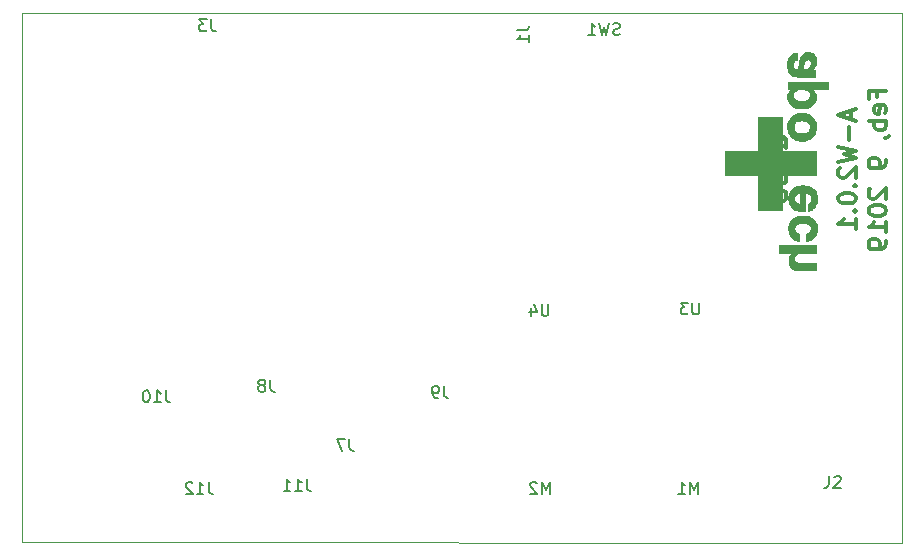
<source format=gbr>
G04 #@! TF.GenerationSoftware,KiCad,Pcbnew,(6.0.0-rc1-dev-1030-g80d50d98b)*
G04 #@! TF.CreationDate,2019-02-21T10:42:05-07:00*
G04 #@! TF.ProjectId,airmed_board_w2.0,6169726D65645F626F6172645F77322E,rev?*
G04 #@! TF.SameCoordinates,Original*
G04 #@! TF.FileFunction,Legend,Bot*
G04 #@! TF.FilePolarity,Positive*
%FSLAX46Y46*%
G04 Gerber Fmt 4.6, Leading zero omitted, Abs format (unit mm)*
G04 Created by KiCad (PCBNEW (6.0.0-rc1-dev-1030-g80d50d98b)) date Thursday, February 21, 2019 at 10:42:05 AM*
%MOMM*%
%LPD*%
G01*
G04 APERTURE LIST*
%ADD10C,0.300000*%
%ADD11C,0.050000*%
%ADD12C,0.010000*%
%ADD13C,0.150000*%
G04 APERTURE END LIST*
D10*
X183658400Y-98733600D02*
X183658400Y-99447885D01*
X184086971Y-98590742D02*
X182586971Y-99090742D01*
X184086971Y-99590742D01*
X183515542Y-100090742D02*
X183515542Y-101233600D01*
X182586971Y-101805028D02*
X184086971Y-102162171D01*
X183015542Y-102447885D01*
X184086971Y-102733600D01*
X182586971Y-103090742D01*
X182729828Y-103590742D02*
X182658400Y-103662171D01*
X182586971Y-103805028D01*
X182586971Y-104162171D01*
X182658400Y-104305028D01*
X182729828Y-104376457D01*
X182872685Y-104447885D01*
X183015542Y-104447885D01*
X183229828Y-104376457D01*
X184086971Y-103519314D01*
X184086971Y-104447885D01*
X183944114Y-105090742D02*
X184015542Y-105162171D01*
X184086971Y-105090742D01*
X184015542Y-105019314D01*
X183944114Y-105090742D01*
X184086971Y-105090742D01*
X182586971Y-106090742D02*
X182586971Y-106233600D01*
X182658400Y-106376457D01*
X182729828Y-106447885D01*
X182872685Y-106519314D01*
X183158400Y-106590742D01*
X183515542Y-106590742D01*
X183801257Y-106519314D01*
X183944114Y-106447885D01*
X184015542Y-106376457D01*
X184086971Y-106233600D01*
X184086971Y-106090742D01*
X184015542Y-105947885D01*
X183944114Y-105876457D01*
X183801257Y-105805028D01*
X183515542Y-105733600D01*
X183158400Y-105733600D01*
X182872685Y-105805028D01*
X182729828Y-105876457D01*
X182658400Y-105947885D01*
X182586971Y-106090742D01*
X183944114Y-107233600D02*
X184015542Y-107305028D01*
X184086971Y-107233600D01*
X184015542Y-107162171D01*
X183944114Y-107233600D01*
X184086971Y-107233600D01*
X184086971Y-108733600D02*
X184086971Y-107876457D01*
X184086971Y-108305028D02*
X182586971Y-108305028D01*
X182801257Y-108162171D01*
X182944114Y-108019314D01*
X183015542Y-107876457D01*
X185851257Y-97555028D02*
X185851257Y-97055028D01*
X186636971Y-97055028D02*
X185136971Y-97055028D01*
X185136971Y-97769314D01*
X186565542Y-98912171D02*
X186636971Y-98769314D01*
X186636971Y-98483600D01*
X186565542Y-98340742D01*
X186422685Y-98269314D01*
X185851257Y-98269314D01*
X185708400Y-98340742D01*
X185636971Y-98483600D01*
X185636971Y-98769314D01*
X185708400Y-98912171D01*
X185851257Y-98983600D01*
X185994114Y-98983600D01*
X186136971Y-98269314D01*
X186636971Y-99626457D02*
X185136971Y-99626457D01*
X185708400Y-99626457D02*
X185636971Y-99769314D01*
X185636971Y-100055028D01*
X185708400Y-100197885D01*
X185779828Y-100269314D01*
X185922685Y-100340742D01*
X186351257Y-100340742D01*
X186494114Y-100269314D01*
X186565542Y-100197885D01*
X186636971Y-100055028D01*
X186636971Y-99769314D01*
X186565542Y-99626457D01*
X186565542Y-101055028D02*
X186636971Y-101055028D01*
X186779828Y-100983600D01*
X186851257Y-100912171D01*
X186636971Y-102912171D02*
X186636971Y-103197885D01*
X186565542Y-103340742D01*
X186494114Y-103412171D01*
X186279828Y-103555028D01*
X185994114Y-103626457D01*
X185422685Y-103626457D01*
X185279828Y-103555028D01*
X185208400Y-103483600D01*
X185136971Y-103340742D01*
X185136971Y-103055028D01*
X185208400Y-102912171D01*
X185279828Y-102840742D01*
X185422685Y-102769314D01*
X185779828Y-102769314D01*
X185922685Y-102840742D01*
X185994114Y-102912171D01*
X186065542Y-103055028D01*
X186065542Y-103340742D01*
X185994114Y-103483600D01*
X185922685Y-103555028D01*
X185779828Y-103626457D01*
X185279828Y-105340742D02*
X185208400Y-105412171D01*
X185136971Y-105555028D01*
X185136971Y-105912171D01*
X185208400Y-106055028D01*
X185279828Y-106126457D01*
X185422685Y-106197885D01*
X185565542Y-106197885D01*
X185779828Y-106126457D01*
X186636971Y-105269314D01*
X186636971Y-106197885D01*
X185136971Y-107126457D02*
X185136971Y-107269314D01*
X185208400Y-107412171D01*
X185279828Y-107483600D01*
X185422685Y-107555028D01*
X185708400Y-107626457D01*
X186065542Y-107626457D01*
X186351257Y-107555028D01*
X186494114Y-107483600D01*
X186565542Y-107412171D01*
X186636971Y-107269314D01*
X186636971Y-107126457D01*
X186565542Y-106983600D01*
X186494114Y-106912171D01*
X186351257Y-106840742D01*
X186065542Y-106769314D01*
X185708400Y-106769314D01*
X185422685Y-106840742D01*
X185279828Y-106912171D01*
X185208400Y-106983600D01*
X185136971Y-107126457D01*
X186636971Y-109055028D02*
X186636971Y-108197885D01*
X186636971Y-108626457D02*
X185136971Y-108626457D01*
X185351257Y-108483600D01*
X185494114Y-108340742D01*
X185565542Y-108197885D01*
X186636971Y-109769314D02*
X186636971Y-110055028D01*
X186565542Y-110197885D01*
X186494114Y-110269314D01*
X186279828Y-110412171D01*
X185994114Y-110483600D01*
X185422685Y-110483600D01*
X185279828Y-110412171D01*
X185208400Y-110340742D01*
X185136971Y-110197885D01*
X185136971Y-109912171D01*
X185208400Y-109769314D01*
X185279828Y-109697885D01*
X185422685Y-109626457D01*
X185779828Y-109626457D01*
X185922685Y-109697885D01*
X185994114Y-109769314D01*
X186065542Y-109912171D01*
X186065542Y-110197885D01*
X185994114Y-110340742D01*
X185922685Y-110412171D01*
X185779828Y-110483600D01*
D11*
X113487200Y-135255000D02*
X113487200Y-90474800D01*
X187934600Y-135382000D02*
X113487200Y-135255000D01*
X187934600Y-90500200D02*
X187934600Y-135382000D01*
X113487200Y-90474800D02*
X187934600Y-90500200D01*
D12*
G04 #@! TO.C,G\002A\002A\002A*
G36*
X175743937Y-104212190D02*
X175743937Y-107139874D01*
X177802674Y-107139874D01*
X177802674Y-104212190D01*
X180676884Y-104212190D01*
X180676884Y-102153453D01*
X177802674Y-102153453D01*
X177802674Y-99319348D01*
X175743937Y-99319348D01*
X175743937Y-102153453D01*
X172949937Y-102153453D01*
X172949937Y-104212190D01*
X175743937Y-104212190D01*
X175743937Y-104212190D01*
G37*
X175743937Y-104212190D02*
X175743937Y-107139874D01*
X177802674Y-107139874D01*
X177802674Y-104212190D01*
X180676884Y-104212190D01*
X180676884Y-102153453D01*
X177802674Y-102153453D01*
X177802674Y-99319348D01*
X175743937Y-99319348D01*
X175743937Y-102153453D01*
X172949937Y-102153453D01*
X172949937Y-104212190D01*
X175743937Y-104212190D01*
G36*
X178257165Y-100234518D02*
X178280175Y-100403496D01*
X178322029Y-100561954D01*
X178342861Y-100618194D01*
X178390106Y-100720274D01*
X178446516Y-100811515D01*
X178517697Y-100900150D01*
X178578210Y-100963949D01*
X178635998Y-101019722D01*
X178685862Y-101061695D01*
X178737045Y-101096567D01*
X178798787Y-101131039D01*
X178832210Y-101148070D01*
X178995243Y-101216199D01*
X179166490Y-101262785D01*
X179342530Y-101288101D01*
X179519941Y-101292422D01*
X179695302Y-101276020D01*
X179865190Y-101239171D01*
X180026185Y-101182146D01*
X180174864Y-101105222D01*
X180279173Y-101032305D01*
X180396202Y-100922395D01*
X180494543Y-100794050D01*
X180573330Y-100648768D01*
X180631698Y-100488046D01*
X180657967Y-100377619D01*
X180669085Y-100294434D01*
X180674904Y-100193993D01*
X180675534Y-100085225D01*
X180671088Y-99977060D01*
X180661674Y-99878425D01*
X180650982Y-99813979D01*
X180602859Y-99645432D01*
X180533432Y-99492823D01*
X180443302Y-99356756D01*
X180333069Y-99237834D01*
X180203332Y-99136663D01*
X180054692Y-99053848D01*
X179887749Y-98989991D01*
X179812041Y-98968901D01*
X179733765Y-98954490D01*
X179636735Y-98944522D01*
X179528570Y-98939070D01*
X179467042Y-98938594D01*
X179467042Y-99572188D01*
X179625325Y-99579315D01*
X179761667Y-99601109D01*
X179876875Y-99638188D01*
X179971756Y-99691170D01*
X180047118Y-99760672D01*
X180103767Y-99847314D01*
X180142511Y-99951712D01*
X180164157Y-100074486D01*
X180166989Y-100108085D01*
X180165848Y-100130929D01*
X180161539Y-100171345D01*
X180155161Y-100219392D01*
X180127142Y-100333880D01*
X180078581Y-100431516D01*
X180009407Y-100512346D01*
X179919549Y-100576418D01*
X179808936Y-100623778D01*
X179677496Y-100654473D01*
X179525158Y-100668549D01*
X179467042Y-100669558D01*
X179308300Y-100661446D01*
X179170578Y-100637028D01*
X179053615Y-100596184D01*
X178957150Y-100538793D01*
X178880920Y-100464733D01*
X178824665Y-100373884D01*
X178823826Y-100372077D01*
X178807849Y-100335796D01*
X178797015Y-100304295D01*
X178790331Y-100270955D01*
X178786806Y-100229158D01*
X178785447Y-100172286D01*
X178785253Y-100114769D01*
X178785628Y-100042009D01*
X178787382Y-99989604D01*
X178791458Y-99951176D01*
X178798797Y-99920344D01*
X178810342Y-99890732D01*
X178821975Y-99866203D01*
X178875422Y-99778661D01*
X178942557Y-99707768D01*
X179025229Y-99652682D01*
X179125287Y-99612559D01*
X179244579Y-99586558D01*
X179384954Y-99573835D01*
X179467042Y-99572188D01*
X179467042Y-98938594D01*
X179416895Y-98938206D01*
X179309329Y-98942004D01*
X179213496Y-98950538D01*
X179142958Y-98962469D01*
X178968195Y-99014685D01*
X178810660Y-99086699D01*
X178671058Y-99177866D01*
X178550095Y-99287543D01*
X178448477Y-99415084D01*
X178366909Y-99559847D01*
X178306097Y-99721186D01*
X178303990Y-99728376D01*
X178268793Y-99890568D01*
X178253278Y-100061412D01*
X178257165Y-100234518D01*
X178257165Y-100234518D01*
G37*
X178257165Y-100234518D02*
X178280175Y-100403496D01*
X178322029Y-100561954D01*
X178342861Y-100618194D01*
X178390106Y-100720274D01*
X178446516Y-100811515D01*
X178517697Y-100900150D01*
X178578210Y-100963949D01*
X178635998Y-101019722D01*
X178685862Y-101061695D01*
X178737045Y-101096567D01*
X178798787Y-101131039D01*
X178832210Y-101148070D01*
X178995243Y-101216199D01*
X179166490Y-101262785D01*
X179342530Y-101288101D01*
X179519941Y-101292422D01*
X179695302Y-101276020D01*
X179865190Y-101239171D01*
X180026185Y-101182146D01*
X180174864Y-101105222D01*
X180279173Y-101032305D01*
X180396202Y-100922395D01*
X180494543Y-100794050D01*
X180573330Y-100648768D01*
X180631698Y-100488046D01*
X180657967Y-100377619D01*
X180669085Y-100294434D01*
X180674904Y-100193993D01*
X180675534Y-100085225D01*
X180671088Y-99977060D01*
X180661674Y-99878425D01*
X180650982Y-99813979D01*
X180602859Y-99645432D01*
X180533432Y-99492823D01*
X180443302Y-99356756D01*
X180333069Y-99237834D01*
X180203332Y-99136663D01*
X180054692Y-99053848D01*
X179887749Y-98989991D01*
X179812041Y-98968901D01*
X179733765Y-98954490D01*
X179636735Y-98944522D01*
X179528570Y-98939070D01*
X179467042Y-98938594D01*
X179467042Y-99572188D01*
X179625325Y-99579315D01*
X179761667Y-99601109D01*
X179876875Y-99638188D01*
X179971756Y-99691170D01*
X180047118Y-99760672D01*
X180103767Y-99847314D01*
X180142511Y-99951712D01*
X180164157Y-100074486D01*
X180166989Y-100108085D01*
X180165848Y-100130929D01*
X180161539Y-100171345D01*
X180155161Y-100219392D01*
X180127142Y-100333880D01*
X180078581Y-100431516D01*
X180009407Y-100512346D01*
X179919549Y-100576418D01*
X179808936Y-100623778D01*
X179677496Y-100654473D01*
X179525158Y-100668549D01*
X179467042Y-100669558D01*
X179308300Y-100661446D01*
X179170578Y-100637028D01*
X179053615Y-100596184D01*
X178957150Y-100538793D01*
X178880920Y-100464733D01*
X178824665Y-100373884D01*
X178823826Y-100372077D01*
X178807849Y-100335796D01*
X178797015Y-100304295D01*
X178790331Y-100270955D01*
X178786806Y-100229158D01*
X178785447Y-100172286D01*
X178785253Y-100114769D01*
X178785628Y-100042009D01*
X178787382Y-99989604D01*
X178791458Y-99951176D01*
X178798797Y-99920344D01*
X178810342Y-99890732D01*
X178821975Y-99866203D01*
X178875422Y-99778661D01*
X178942557Y-99707768D01*
X179025229Y-99652682D01*
X179125287Y-99612559D01*
X179244579Y-99586558D01*
X179384954Y-99573835D01*
X179467042Y-99572188D01*
X179467042Y-98938594D01*
X179416895Y-98938206D01*
X179309329Y-98942004D01*
X179213496Y-98950538D01*
X179142958Y-98962469D01*
X178968195Y-99014685D01*
X178810660Y-99086699D01*
X178671058Y-99177866D01*
X178550095Y-99287543D01*
X178448477Y-99415084D01*
X178366909Y-99559847D01*
X178306097Y-99721186D01*
X178303990Y-99728376D01*
X178268793Y-99890568D01*
X178253278Y-100061412D01*
X178257165Y-100234518D01*
G36*
X178261099Y-95085964D02*
X178283752Y-95233060D01*
X178290220Y-95262611D01*
X178334751Y-95403031D01*
X178398913Y-95526317D01*
X178481738Y-95631428D01*
X178582253Y-95717322D01*
X178699490Y-95782960D01*
X178811990Y-95822162D01*
X178857166Y-95832692D01*
X178908436Y-95841662D01*
X178967956Y-95849161D01*
X179037885Y-95855279D01*
X179120379Y-95860104D01*
X179217596Y-95863725D01*
X179331694Y-95866232D01*
X179464830Y-95867713D01*
X179619161Y-95868259D01*
X179796845Y-95867957D01*
X179908200Y-95867447D01*
X180616726Y-95863611D01*
X180616726Y-95288769D01*
X180519625Y-95268640D01*
X180422523Y-95248510D01*
X180462088Y-95208482D01*
X180510799Y-95148506D01*
X180559007Y-95069964D01*
X180602337Y-94980743D01*
X180632498Y-94901085D01*
X180646521Y-94854906D01*
X180656517Y-94812014D01*
X180663310Y-94765826D01*
X180667723Y-94709757D01*
X180670581Y-94637226D01*
X180671810Y-94586927D01*
X180672779Y-94486072D01*
X180670637Y-94406258D01*
X180665085Y-94341937D01*
X180655821Y-94287561D01*
X180655507Y-94286137D01*
X180614965Y-94155721D01*
X180555563Y-94044026D01*
X180477814Y-93951548D01*
X180382233Y-93878787D01*
X180269334Y-93826239D01*
X180148832Y-93795877D01*
X180079926Y-93789716D01*
X179995899Y-93790059D01*
X179981726Y-93791066D01*
X179981726Y-94408276D01*
X180066091Y-94416226D01*
X180132054Y-94440997D01*
X180180574Y-94483831D01*
X180212612Y-94545969D01*
X180229126Y-94628653D01*
X180231165Y-94731022D01*
X180227397Y-94794913D01*
X180220613Y-94842680D01*
X180208241Y-94884934D01*
X180187711Y-94932284D01*
X180177112Y-94954070D01*
X180114312Y-95054522D01*
X180034607Y-95134694D01*
X179936190Y-95196376D01*
X179928253Y-95200189D01*
X179893689Y-95215122D01*
X179860238Y-95225421D01*
X179821248Y-95232163D01*
X179770070Y-95236429D01*
X179700053Y-95239297D01*
X179684279Y-95239767D01*
X179603662Y-95241004D01*
X179548384Y-95239380D01*
X179518923Y-95234920D01*
X179513832Y-95230742D01*
X179523556Y-95211125D01*
X179526158Y-95209202D01*
X179538761Y-95190206D01*
X179555132Y-95148328D01*
X179574249Y-95086990D01*
X179595091Y-95009615D01*
X179616638Y-94919625D01*
X179628063Y-94867664D01*
X179658644Y-94739113D01*
X179691073Y-94635171D01*
X179726986Y-94553710D01*
X179768021Y-94492604D01*
X179815816Y-94449725D01*
X179872008Y-94422946D01*
X179938236Y-94410140D01*
X179981726Y-94408276D01*
X179981726Y-93791066D01*
X179907413Y-93796348D01*
X179825133Y-93808021D01*
X179794568Y-93814496D01*
X179681421Y-93854974D01*
X179577102Y-93918449D01*
X179485723Y-94001598D01*
X179411393Y-94101101D01*
X179388365Y-94142725D01*
X179362723Y-94197282D01*
X179340342Y-94253958D01*
X179320166Y-94316811D01*
X179301142Y-94389900D01*
X179282215Y-94477284D01*
X179262331Y-94583020D01*
X179240437Y-94711168D01*
X179239935Y-94714207D01*
X179219143Y-94837084D01*
X179200882Y-94936363D01*
X179184157Y-95014952D01*
X179167972Y-95075755D01*
X179151336Y-95121680D01*
X179133252Y-95155632D01*
X179112726Y-95180517D01*
X179088765Y-95199242D01*
X179070404Y-95209732D01*
X179015292Y-95226351D01*
X178951901Y-95227743D01*
X178890345Y-95215056D01*
X178840733Y-95189440D01*
X178832999Y-95182738D01*
X178789679Y-95130923D01*
X178759555Y-95068983D01*
X178741192Y-94992322D01*
X178733157Y-94896347D01*
X178732534Y-94860979D01*
X178734178Y-94778837D01*
X178739713Y-94712216D01*
X178748679Y-94666345D01*
X178749905Y-94662649D01*
X178790293Y-94587797D01*
X178853457Y-94524697D01*
X178937434Y-94474960D01*
X179011789Y-94447715D01*
X179065990Y-94432032D01*
X179069603Y-94146663D01*
X179073216Y-93861295D01*
X178969340Y-93870675D01*
X178824333Y-93895274D01*
X178693849Y-93941142D01*
X178579096Y-94007531D01*
X178481281Y-94093691D01*
X178401615Y-94198874D01*
X178380500Y-94235772D01*
X178332559Y-94346839D01*
X178295207Y-94477299D01*
X178268914Y-94621796D01*
X178254151Y-94774977D01*
X178251389Y-94931484D01*
X178261099Y-95085964D01*
X178261099Y-95085964D01*
G37*
X178261099Y-95085964D02*
X178283752Y-95233060D01*
X178290220Y-95262611D01*
X178334751Y-95403031D01*
X178398913Y-95526317D01*
X178481738Y-95631428D01*
X178582253Y-95717322D01*
X178699490Y-95782960D01*
X178811990Y-95822162D01*
X178857166Y-95832692D01*
X178908436Y-95841662D01*
X178967956Y-95849161D01*
X179037885Y-95855279D01*
X179120379Y-95860104D01*
X179217596Y-95863725D01*
X179331694Y-95866232D01*
X179464830Y-95867713D01*
X179619161Y-95868259D01*
X179796845Y-95867957D01*
X179908200Y-95867447D01*
X180616726Y-95863611D01*
X180616726Y-95288769D01*
X180519625Y-95268640D01*
X180422523Y-95248510D01*
X180462088Y-95208482D01*
X180510799Y-95148506D01*
X180559007Y-95069964D01*
X180602337Y-94980743D01*
X180632498Y-94901085D01*
X180646521Y-94854906D01*
X180656517Y-94812014D01*
X180663310Y-94765826D01*
X180667723Y-94709757D01*
X180670581Y-94637226D01*
X180671810Y-94586927D01*
X180672779Y-94486072D01*
X180670637Y-94406258D01*
X180665085Y-94341937D01*
X180655821Y-94287561D01*
X180655507Y-94286137D01*
X180614965Y-94155721D01*
X180555563Y-94044026D01*
X180477814Y-93951548D01*
X180382233Y-93878787D01*
X180269334Y-93826239D01*
X180148832Y-93795877D01*
X180079926Y-93789716D01*
X179995899Y-93790059D01*
X179981726Y-93791066D01*
X179981726Y-94408276D01*
X180066091Y-94416226D01*
X180132054Y-94440997D01*
X180180574Y-94483831D01*
X180212612Y-94545969D01*
X180229126Y-94628653D01*
X180231165Y-94731022D01*
X180227397Y-94794913D01*
X180220613Y-94842680D01*
X180208241Y-94884934D01*
X180187711Y-94932284D01*
X180177112Y-94954070D01*
X180114312Y-95054522D01*
X180034607Y-95134694D01*
X179936190Y-95196376D01*
X179928253Y-95200189D01*
X179893689Y-95215122D01*
X179860238Y-95225421D01*
X179821248Y-95232163D01*
X179770070Y-95236429D01*
X179700053Y-95239297D01*
X179684279Y-95239767D01*
X179603662Y-95241004D01*
X179548384Y-95239380D01*
X179518923Y-95234920D01*
X179513832Y-95230742D01*
X179523556Y-95211125D01*
X179526158Y-95209202D01*
X179538761Y-95190206D01*
X179555132Y-95148328D01*
X179574249Y-95086990D01*
X179595091Y-95009615D01*
X179616638Y-94919625D01*
X179628063Y-94867664D01*
X179658644Y-94739113D01*
X179691073Y-94635171D01*
X179726986Y-94553710D01*
X179768021Y-94492604D01*
X179815816Y-94449725D01*
X179872008Y-94422946D01*
X179938236Y-94410140D01*
X179981726Y-94408276D01*
X179981726Y-93791066D01*
X179907413Y-93796348D01*
X179825133Y-93808021D01*
X179794568Y-93814496D01*
X179681421Y-93854974D01*
X179577102Y-93918449D01*
X179485723Y-94001598D01*
X179411393Y-94101101D01*
X179388365Y-94142725D01*
X179362723Y-94197282D01*
X179340342Y-94253958D01*
X179320166Y-94316811D01*
X179301142Y-94389900D01*
X179282215Y-94477284D01*
X179262331Y-94583020D01*
X179240437Y-94711168D01*
X179239935Y-94714207D01*
X179219143Y-94837084D01*
X179200882Y-94936363D01*
X179184157Y-95014952D01*
X179167972Y-95075755D01*
X179151336Y-95121680D01*
X179133252Y-95155632D01*
X179112726Y-95180517D01*
X179088765Y-95199242D01*
X179070404Y-95209732D01*
X179015292Y-95226351D01*
X178951901Y-95227743D01*
X178890345Y-95215056D01*
X178840733Y-95189440D01*
X178832999Y-95182738D01*
X178789679Y-95130923D01*
X178759555Y-95068983D01*
X178741192Y-94992322D01*
X178733157Y-94896347D01*
X178732534Y-94860979D01*
X178734178Y-94778837D01*
X178739713Y-94712216D01*
X178748679Y-94666345D01*
X178749905Y-94662649D01*
X178790293Y-94587797D01*
X178853457Y-94524697D01*
X178937434Y-94474960D01*
X179011789Y-94447715D01*
X179065990Y-94432032D01*
X179069603Y-94146663D01*
X179073216Y-93861295D01*
X178969340Y-93870675D01*
X178824333Y-93895274D01*
X178693849Y-93941142D01*
X178579096Y-94007531D01*
X178481281Y-94093691D01*
X178401615Y-94198874D01*
X178380500Y-94235772D01*
X178332559Y-94346839D01*
X178295207Y-94477299D01*
X178268914Y-94621796D01*
X178254151Y-94774977D01*
X178251389Y-94931484D01*
X178261099Y-95085964D01*
G36*
X177565133Y-110451900D02*
X177568726Y-110756032D01*
X178130200Y-110762937D01*
X178249122Y-110764475D01*
X178358770Y-110766039D01*
X178456479Y-110767580D01*
X178539585Y-110769051D01*
X178605423Y-110770400D01*
X178651327Y-110771581D01*
X178674633Y-110772543D01*
X178676845Y-110772963D01*
X178651728Y-110786532D01*
X178615826Y-110816125D01*
X178574442Y-110856414D01*
X178532883Y-110902069D01*
X178496452Y-110947762D01*
X178481940Y-110968767D01*
X178451995Y-111021947D01*
X178421335Y-111087408D01*
X178396253Y-111151628D01*
X178394766Y-111156036D01*
X178379973Y-111203171D01*
X178369869Y-111244594D01*
X178363586Y-111287454D01*
X178360255Y-111338900D01*
X178359007Y-111406081D01*
X178358894Y-111451190D01*
X178359408Y-111529335D01*
X178361475Y-111587823D01*
X178365976Y-111633723D01*
X178373791Y-111674106D01*
X178385801Y-111716042D01*
X178395525Y-111745295D01*
X178448562Y-111867029D01*
X178519035Y-111976823D01*
X178603552Y-112070510D01*
X178698723Y-112143924D01*
X178738114Y-112166222D01*
X178765128Y-112179827D01*
X178790425Y-112191586D01*
X178816099Y-112201648D01*
X178844247Y-112210160D01*
X178876965Y-112217268D01*
X178916348Y-112223121D01*
X178964492Y-112227866D01*
X179023493Y-112231649D01*
X179095446Y-112234620D01*
X179182449Y-112236924D01*
X179286595Y-112238709D01*
X179409982Y-112240123D01*
X179554704Y-112241312D01*
X179722858Y-112242425D01*
X179831332Y-112243090D01*
X180716990Y-112248473D01*
X180716990Y-111619283D01*
X179911542Y-111614967D01*
X179728236Y-111613821D01*
X179570279Y-111612467D01*
X179436285Y-111610871D01*
X179324867Y-111608999D01*
X179234639Y-111606818D01*
X179164213Y-111604295D01*
X179112204Y-111601395D01*
X179077223Y-111598085D01*
X179057886Y-111594332D01*
X179057733Y-111594280D01*
X178974935Y-111553862D01*
X178911270Y-111495569D01*
X178885516Y-111457357D01*
X178870822Y-111428700D01*
X178861173Y-111400992D01*
X178855532Y-111367590D01*
X178852856Y-111321854D01*
X178852106Y-111257144D01*
X178852095Y-111243979D01*
X178852519Y-111176364D01*
X178854597Y-111128570D01*
X178859537Y-111093686D01*
X178868549Y-111064799D01*
X178882839Y-111034997D01*
X178891372Y-111019342D01*
X178953331Y-110931426D01*
X179031895Y-110862723D01*
X179128897Y-110811924D01*
X179222648Y-110782909D01*
X179246315Y-110778356D01*
X179276971Y-110774521D01*
X179316852Y-110771347D01*
X179368195Y-110768779D01*
X179433237Y-110766760D01*
X179514213Y-110765233D01*
X179613361Y-110764140D01*
X179732917Y-110763427D01*
X179875118Y-110763035D01*
X180011805Y-110762914D01*
X180716990Y-110762716D01*
X180716990Y-110147769D01*
X177561540Y-110147769D01*
X177565133Y-110451900D01*
X177565133Y-110451900D01*
G37*
X177565133Y-110451900D02*
X177568726Y-110756032D01*
X178130200Y-110762937D01*
X178249122Y-110764475D01*
X178358770Y-110766039D01*
X178456479Y-110767580D01*
X178539585Y-110769051D01*
X178605423Y-110770400D01*
X178651327Y-110771581D01*
X178674633Y-110772543D01*
X178676845Y-110772963D01*
X178651728Y-110786532D01*
X178615826Y-110816125D01*
X178574442Y-110856414D01*
X178532883Y-110902069D01*
X178496452Y-110947762D01*
X178481940Y-110968767D01*
X178451995Y-111021947D01*
X178421335Y-111087408D01*
X178396253Y-111151628D01*
X178394766Y-111156036D01*
X178379973Y-111203171D01*
X178369869Y-111244594D01*
X178363586Y-111287454D01*
X178360255Y-111338900D01*
X178359007Y-111406081D01*
X178358894Y-111451190D01*
X178359408Y-111529335D01*
X178361475Y-111587823D01*
X178365976Y-111633723D01*
X178373791Y-111674106D01*
X178385801Y-111716042D01*
X178395525Y-111745295D01*
X178448562Y-111867029D01*
X178519035Y-111976823D01*
X178603552Y-112070510D01*
X178698723Y-112143924D01*
X178738114Y-112166222D01*
X178765128Y-112179827D01*
X178790425Y-112191586D01*
X178816099Y-112201648D01*
X178844247Y-112210160D01*
X178876965Y-112217268D01*
X178916348Y-112223121D01*
X178964492Y-112227866D01*
X179023493Y-112231649D01*
X179095446Y-112234620D01*
X179182449Y-112236924D01*
X179286595Y-112238709D01*
X179409982Y-112240123D01*
X179554704Y-112241312D01*
X179722858Y-112242425D01*
X179831332Y-112243090D01*
X180716990Y-112248473D01*
X180716990Y-111619283D01*
X179911542Y-111614967D01*
X179728236Y-111613821D01*
X179570279Y-111612467D01*
X179436285Y-111610871D01*
X179324867Y-111608999D01*
X179234639Y-111606818D01*
X179164213Y-111604295D01*
X179112204Y-111601395D01*
X179077223Y-111598085D01*
X179057886Y-111594332D01*
X179057733Y-111594280D01*
X178974935Y-111553862D01*
X178911270Y-111495569D01*
X178885516Y-111457357D01*
X178870822Y-111428700D01*
X178861173Y-111400992D01*
X178855532Y-111367590D01*
X178852856Y-111321854D01*
X178852106Y-111257144D01*
X178852095Y-111243979D01*
X178852519Y-111176364D01*
X178854597Y-111128570D01*
X178859537Y-111093686D01*
X178868549Y-111064799D01*
X178882839Y-111034997D01*
X178891372Y-111019342D01*
X178953331Y-110931426D01*
X179031895Y-110862723D01*
X179128897Y-110811924D01*
X179222648Y-110782909D01*
X179246315Y-110778356D01*
X179276971Y-110774521D01*
X179316852Y-110771347D01*
X179368195Y-110768779D01*
X179433237Y-110766760D01*
X179514213Y-110765233D01*
X179613361Y-110764140D01*
X179732917Y-110763427D01*
X179875118Y-110763035D01*
X180011805Y-110762914D01*
X180716990Y-110762716D01*
X180716990Y-110147769D01*
X177561540Y-110147769D01*
X177565133Y-110451900D01*
G36*
X178362616Y-108952473D02*
X178398972Y-109110303D01*
X178450273Y-109245400D01*
X178527816Y-109382536D01*
X178623182Y-109499770D01*
X178736226Y-109596996D01*
X178866802Y-109674110D01*
X179014766Y-109731007D01*
X179176279Y-109767018D01*
X179233095Y-109775803D01*
X179233095Y-109148113D01*
X179183701Y-109138847D01*
X179091775Y-109108445D01*
X179009103Y-109055246D01*
X178940007Y-108982731D01*
X178893622Y-108905185D01*
X178879061Y-108867207D01*
X178870348Y-108825182D01*
X178866254Y-108770896D01*
X178865473Y-108717348D01*
X178866400Y-108653762D01*
X178870304Y-108607900D01*
X178878851Y-108570777D01*
X178893705Y-108533414D01*
X178903318Y-108513258D01*
X178957130Y-108433851D01*
X179033676Y-108368372D01*
X179132812Y-108316914D01*
X179254392Y-108279568D01*
X179279435Y-108274193D01*
X179337429Y-108266524D01*
X179414321Y-108262012D01*
X179502472Y-108260555D01*
X179594243Y-108262053D01*
X179681994Y-108266404D01*
X179758087Y-108273507D01*
X179805641Y-108281148D01*
X179932469Y-108317518D01*
X180039815Y-108368045D01*
X180126611Y-108431518D01*
X180191790Y-108506726D01*
X180234287Y-108592458D01*
X180253035Y-108687503D01*
X180248153Y-108783610D01*
X180219375Y-108889918D01*
X180170809Y-108980577D01*
X180104286Y-109053595D01*
X180021636Y-109106978D01*
X179924691Y-109138735D01*
X179921237Y-109139397D01*
X179874779Y-109148113D01*
X179874779Y-109760085D01*
X179905391Y-109760085D01*
X179955644Y-109754024D01*
X180022131Y-109737326D01*
X180097649Y-109712217D01*
X180174992Y-109680921D01*
X180202305Y-109668373D01*
X180336492Y-109589877D01*
X180456261Y-109489659D01*
X180560299Y-109369300D01*
X180647296Y-109230380D01*
X180715939Y-109074480D01*
X180730572Y-109031506D01*
X180746332Y-108964260D01*
X180757943Y-108878122D01*
X180765161Y-108780650D01*
X180767743Y-108679403D01*
X180765444Y-108581937D01*
X180758021Y-108495812D01*
X180749469Y-108445524D01*
X180702079Y-108288857D01*
X180633470Y-108148434D01*
X180543710Y-108024320D01*
X180432868Y-107916582D01*
X180301013Y-107825287D01*
X180148212Y-107750501D01*
X179974535Y-107692290D01*
X179971109Y-107691365D01*
X179926860Y-107679907D01*
X179887521Y-107671247D01*
X179848232Y-107664979D01*
X179804132Y-107660698D01*
X179750359Y-107658000D01*
X179682051Y-107656481D01*
X179594349Y-107655735D01*
X179540568Y-107655522D01*
X179439545Y-107655445D01*
X179360485Y-107656161D01*
X179298621Y-107657999D01*
X179249184Y-107661287D01*
X179207405Y-107666354D01*
X179168515Y-107673529D01*
X179127745Y-107683140D01*
X179123248Y-107684281D01*
X178958086Y-107736378D01*
X178814619Y-107803229D01*
X178691728Y-107885644D01*
X178588294Y-107984432D01*
X178503200Y-108100402D01*
X178472007Y-108155684D01*
X178411656Y-108298521D01*
X178370436Y-108454880D01*
X178348453Y-108619500D01*
X178345811Y-108787118D01*
X178362616Y-108952473D01*
X178362616Y-108952473D01*
G37*
X178362616Y-108952473D02*
X178398972Y-109110303D01*
X178450273Y-109245400D01*
X178527816Y-109382536D01*
X178623182Y-109499770D01*
X178736226Y-109596996D01*
X178866802Y-109674110D01*
X179014766Y-109731007D01*
X179176279Y-109767018D01*
X179233095Y-109775803D01*
X179233095Y-109148113D01*
X179183701Y-109138847D01*
X179091775Y-109108445D01*
X179009103Y-109055246D01*
X178940007Y-108982731D01*
X178893622Y-108905185D01*
X178879061Y-108867207D01*
X178870348Y-108825182D01*
X178866254Y-108770896D01*
X178865473Y-108717348D01*
X178866400Y-108653762D01*
X178870304Y-108607900D01*
X178878851Y-108570777D01*
X178893705Y-108533414D01*
X178903318Y-108513258D01*
X178957130Y-108433851D01*
X179033676Y-108368372D01*
X179132812Y-108316914D01*
X179254392Y-108279568D01*
X179279435Y-108274193D01*
X179337429Y-108266524D01*
X179414321Y-108262012D01*
X179502472Y-108260555D01*
X179594243Y-108262053D01*
X179681994Y-108266404D01*
X179758087Y-108273507D01*
X179805641Y-108281148D01*
X179932469Y-108317518D01*
X180039815Y-108368045D01*
X180126611Y-108431518D01*
X180191790Y-108506726D01*
X180234287Y-108592458D01*
X180253035Y-108687503D01*
X180248153Y-108783610D01*
X180219375Y-108889918D01*
X180170809Y-108980577D01*
X180104286Y-109053595D01*
X180021636Y-109106978D01*
X179924691Y-109138735D01*
X179921237Y-109139397D01*
X179874779Y-109148113D01*
X179874779Y-109760085D01*
X179905391Y-109760085D01*
X179955644Y-109754024D01*
X180022131Y-109737326D01*
X180097649Y-109712217D01*
X180174992Y-109680921D01*
X180202305Y-109668373D01*
X180336492Y-109589877D01*
X180456261Y-109489659D01*
X180560299Y-109369300D01*
X180647296Y-109230380D01*
X180715939Y-109074480D01*
X180730572Y-109031506D01*
X180746332Y-108964260D01*
X180757943Y-108878122D01*
X180765161Y-108780650D01*
X180767743Y-108679403D01*
X180765444Y-108581937D01*
X180758021Y-108495812D01*
X180749469Y-108445524D01*
X180702079Y-108288857D01*
X180633470Y-108148434D01*
X180543710Y-108024320D01*
X180432868Y-107916582D01*
X180301013Y-107825287D01*
X180148212Y-107750501D01*
X179974535Y-107692290D01*
X179971109Y-107691365D01*
X179926860Y-107679907D01*
X179887521Y-107671247D01*
X179848232Y-107664979D01*
X179804132Y-107660698D01*
X179750359Y-107658000D01*
X179682051Y-107656481D01*
X179594349Y-107655735D01*
X179540568Y-107655522D01*
X179439545Y-107655445D01*
X179360485Y-107656161D01*
X179298621Y-107657999D01*
X179249184Y-107661287D01*
X179207405Y-107666354D01*
X179168515Y-107673529D01*
X179127745Y-107683140D01*
X179123248Y-107684281D01*
X178958086Y-107736378D01*
X178814619Y-107803229D01*
X178691728Y-107885644D01*
X178588294Y-107984432D01*
X178503200Y-108100402D01*
X178472007Y-108155684D01*
X178411656Y-108298521D01*
X178370436Y-108454880D01*
X178348453Y-108619500D01*
X178345811Y-108787118D01*
X178362616Y-108952473D01*
G36*
X178360674Y-106409893D02*
X178399115Y-106568266D01*
X178459528Y-106711860D01*
X178541504Y-106840107D01*
X178644631Y-106952436D01*
X178768498Y-107048279D01*
X178912694Y-107127065D01*
X179076809Y-107188225D01*
X179193342Y-107218122D01*
X179249609Y-107228654D01*
X179318417Y-107239068D01*
X179394515Y-107248848D01*
X179472653Y-107257479D01*
X179547580Y-107264445D01*
X179614046Y-107269231D01*
X179666800Y-107271322D01*
X179700590Y-107270202D01*
X179707923Y-107268628D01*
X179712114Y-107264289D01*
X179715682Y-107253445D01*
X179718675Y-107234151D01*
X179721142Y-107204464D01*
X179723130Y-107162439D01*
X179724688Y-107106134D01*
X179725864Y-107033604D01*
X179726706Y-106942905D01*
X179727264Y-106832094D01*
X179727584Y-106699226D01*
X179727716Y-106542359D01*
X179727726Y-106471053D01*
X179727726Y-105681078D01*
X179791226Y-105690334D01*
X179922457Y-105720464D01*
X180037055Y-105769839D01*
X180133591Y-105837753D01*
X180176983Y-105881069D01*
X180229243Y-105957162D01*
X180263739Y-106044054D01*
X180281123Y-106137384D01*
X180282046Y-106232789D01*
X180267159Y-106325908D01*
X180237114Y-106412378D01*
X180192560Y-106487837D01*
X180134150Y-106547924D01*
X180071963Y-106584555D01*
X180021832Y-106605496D01*
X180021832Y-107236352D01*
X180058595Y-107227585D01*
X180106401Y-107211592D01*
X180168693Y-107184317D01*
X180237911Y-107149604D01*
X180306491Y-107111294D01*
X180366872Y-107073228D01*
X180378890Y-107064851D01*
X180474084Y-106983158D01*
X180562271Y-106881080D01*
X180639267Y-106764822D01*
X180700890Y-106640586D01*
X180738530Y-106531611D01*
X180749149Y-106476039D01*
X180757323Y-106400580D01*
X180762909Y-106311984D01*
X180765761Y-106217000D01*
X180765736Y-106122378D01*
X180762689Y-106034869D01*
X180756476Y-105961223D01*
X180751439Y-105927914D01*
X180708615Y-105759884D01*
X180647174Y-105610596D01*
X180566851Y-105479823D01*
X180467385Y-105367340D01*
X180348511Y-105272919D01*
X180209965Y-105196336D01*
X180051485Y-105137364D01*
X179872806Y-105095776D01*
X179763155Y-105079919D01*
X179656623Y-105071755D01*
X179538643Y-105069844D01*
X179417548Y-105073807D01*
X179326674Y-105081223D01*
X179326674Y-105705729D01*
X179326674Y-106635319D01*
X179258702Y-106626302D01*
X179148266Y-106601439D01*
X179053621Y-106557162D01*
X178970061Y-106491224D01*
X178964623Y-106485857D01*
X178905448Y-106416130D01*
X178866554Y-106342814D01*
X178845288Y-106259107D01*
X178838997Y-106163698D01*
X178840649Y-106104609D01*
X178847994Y-106058978D01*
X178864047Y-106013661D01*
X178882448Y-105974342D01*
X178911851Y-105922689D01*
X178945913Y-105874597D01*
X178975394Y-105842311D01*
X179036474Y-105798619D01*
X179111707Y-105759251D01*
X179190037Y-105729233D01*
X179258029Y-105713859D01*
X179326674Y-105705729D01*
X179326674Y-105081223D01*
X179301667Y-105083265D01*
X179199332Y-105097841D01*
X179152884Y-105107645D01*
X179091236Y-105125932D01*
X179017246Y-105152703D01*
X178942100Y-105183730D01*
X178899644Y-105203343D01*
X178833009Y-105237208D01*
X178780984Y-105268177D01*
X178734918Y-105302484D01*
X178686165Y-105346363D01*
X178645153Y-105386768D01*
X178548128Y-105497407D01*
X178472063Y-105614698D01*
X178415171Y-105742685D01*
X178375665Y-105885409D01*
X178351756Y-106046913D01*
X178351355Y-106051092D01*
X178344617Y-106237312D01*
X178360674Y-106409893D01*
X178360674Y-106409893D01*
G37*
X178360674Y-106409893D02*
X178399115Y-106568266D01*
X178459528Y-106711860D01*
X178541504Y-106840107D01*
X178644631Y-106952436D01*
X178768498Y-107048279D01*
X178912694Y-107127065D01*
X179076809Y-107188225D01*
X179193342Y-107218122D01*
X179249609Y-107228654D01*
X179318417Y-107239068D01*
X179394515Y-107248848D01*
X179472653Y-107257479D01*
X179547580Y-107264445D01*
X179614046Y-107269231D01*
X179666800Y-107271322D01*
X179700590Y-107270202D01*
X179707923Y-107268628D01*
X179712114Y-107264289D01*
X179715682Y-107253445D01*
X179718675Y-107234151D01*
X179721142Y-107204464D01*
X179723130Y-107162439D01*
X179724688Y-107106134D01*
X179725864Y-107033604D01*
X179726706Y-106942905D01*
X179727264Y-106832094D01*
X179727584Y-106699226D01*
X179727716Y-106542359D01*
X179727726Y-106471053D01*
X179727726Y-105681078D01*
X179791226Y-105690334D01*
X179922457Y-105720464D01*
X180037055Y-105769839D01*
X180133591Y-105837753D01*
X180176983Y-105881069D01*
X180229243Y-105957162D01*
X180263739Y-106044054D01*
X180281123Y-106137384D01*
X180282046Y-106232789D01*
X180267159Y-106325908D01*
X180237114Y-106412378D01*
X180192560Y-106487837D01*
X180134150Y-106547924D01*
X180071963Y-106584555D01*
X180021832Y-106605496D01*
X180021832Y-107236352D01*
X180058595Y-107227585D01*
X180106401Y-107211592D01*
X180168693Y-107184317D01*
X180237911Y-107149604D01*
X180306491Y-107111294D01*
X180366872Y-107073228D01*
X180378890Y-107064851D01*
X180474084Y-106983158D01*
X180562271Y-106881080D01*
X180639267Y-106764822D01*
X180700890Y-106640586D01*
X180738530Y-106531611D01*
X180749149Y-106476039D01*
X180757323Y-106400580D01*
X180762909Y-106311984D01*
X180765761Y-106217000D01*
X180765736Y-106122378D01*
X180762689Y-106034869D01*
X180756476Y-105961223D01*
X180751439Y-105927914D01*
X180708615Y-105759884D01*
X180647174Y-105610596D01*
X180566851Y-105479823D01*
X180467385Y-105367340D01*
X180348511Y-105272919D01*
X180209965Y-105196336D01*
X180051485Y-105137364D01*
X179872806Y-105095776D01*
X179763155Y-105079919D01*
X179656623Y-105071755D01*
X179538643Y-105069844D01*
X179417548Y-105073807D01*
X179326674Y-105081223D01*
X179326674Y-105705729D01*
X179326674Y-106635319D01*
X179258702Y-106626302D01*
X179148266Y-106601439D01*
X179053621Y-106557162D01*
X178970061Y-106491224D01*
X178964623Y-106485857D01*
X178905448Y-106416130D01*
X178866554Y-106342814D01*
X178845288Y-106259107D01*
X178838997Y-106163698D01*
X178840649Y-106104609D01*
X178847994Y-106058978D01*
X178864047Y-106013661D01*
X178882448Y-105974342D01*
X178911851Y-105922689D01*
X178945913Y-105874597D01*
X178975394Y-105842311D01*
X179036474Y-105798619D01*
X179111707Y-105759251D01*
X179190037Y-105729233D01*
X179258029Y-105713859D01*
X179326674Y-105705729D01*
X179326674Y-105081223D01*
X179301667Y-105083265D01*
X179199332Y-105097841D01*
X179152884Y-105107645D01*
X179091236Y-105125932D01*
X179017246Y-105152703D01*
X178942100Y-105183730D01*
X178899644Y-105203343D01*
X178833009Y-105237208D01*
X178780984Y-105268177D01*
X178734918Y-105302484D01*
X178686165Y-105346363D01*
X178645153Y-105386768D01*
X178548128Y-105497407D01*
X178472063Y-105614698D01*
X178415171Y-105742685D01*
X178375665Y-105885409D01*
X178351756Y-106046913D01*
X178351355Y-106051092D01*
X178344617Y-106237312D01*
X178360674Y-106409893D01*
G36*
X178265943Y-97716466D02*
X178300988Y-97866811D01*
X178359213Y-98004897D01*
X178439924Y-98129871D01*
X178542426Y-98240879D01*
X178666026Y-98337068D01*
X178810030Y-98417582D01*
X178973744Y-98481570D01*
X179019200Y-98495322D01*
X179172442Y-98529676D01*
X179339292Y-98550496D01*
X179509921Y-98557116D01*
X179674499Y-98548870D01*
X179723417Y-98543100D01*
X179910128Y-98507574D01*
X180078445Y-98454615D01*
X180227736Y-98384660D01*
X180357367Y-98298147D01*
X180466706Y-98195514D01*
X180555121Y-98077199D01*
X180621979Y-97943640D01*
X180633440Y-97913081D01*
X180655883Y-97828049D01*
X180670472Y-97727281D01*
X180676740Y-97620345D01*
X180674220Y-97516807D01*
X180662446Y-97426234D01*
X180658124Y-97407226D01*
X180610123Y-97270442D01*
X180538667Y-97143727D01*
X180446373Y-97031224D01*
X180384856Y-96974557D01*
X180326776Y-96926400D01*
X181706253Y-96926400D01*
X181706253Y-96324821D01*
X179460953Y-96324821D01*
X179460953Y-96911922D01*
X179556644Y-96915710D01*
X179644550Y-96923557D01*
X179707753Y-96933525D01*
X179837113Y-96970103D01*
X179944978Y-97021847D01*
X180031080Y-97088541D01*
X180095151Y-97169970D01*
X180136921Y-97265915D01*
X180141822Y-97283798D01*
X180149074Y-97336685D01*
X180150222Y-97405500D01*
X180145872Y-97480290D01*
X180136628Y-97551102D01*
X180123095Y-97607982D01*
X180121908Y-97611454D01*
X180083924Y-97685083D01*
X180025848Y-97754976D01*
X179954148Y-97814355D01*
X179897079Y-97847092D01*
X179832838Y-97874900D01*
X179772065Y-97895164D01*
X179708514Y-97908961D01*
X179635940Y-97917367D01*
X179548096Y-97921458D01*
X179460358Y-97922348D01*
X179344559Y-97919909D01*
X179249339Y-97911659D01*
X179168905Y-97896194D01*
X179097464Y-97872112D01*
X179029224Y-97838010D01*
X178977150Y-97805344D01*
X178888343Y-97732164D01*
X178822698Y-97649714D01*
X178779487Y-97560722D01*
X178757977Y-97467918D01*
X178757440Y-97374028D01*
X178777144Y-97281782D01*
X178816360Y-97193908D01*
X178874356Y-97113134D01*
X178950403Y-97042190D01*
X179043770Y-96983802D01*
X179153727Y-96940700D01*
X179212493Y-96926179D01*
X179280345Y-96917030D01*
X179366009Y-96912320D01*
X179460953Y-96911922D01*
X179460953Y-96324821D01*
X178310674Y-96324821D01*
X178310674Y-96913032D01*
X178584726Y-96913328D01*
X178537937Y-96949080D01*
X178436902Y-97040432D01*
X178358814Y-97143211D01*
X178302952Y-97258954D01*
X178268600Y-97389198D01*
X178255038Y-97535478D01*
X178254770Y-97554716D01*
X178265943Y-97716466D01*
X178265943Y-97716466D01*
G37*
X178265943Y-97716466D02*
X178300988Y-97866811D01*
X178359213Y-98004897D01*
X178439924Y-98129871D01*
X178542426Y-98240879D01*
X178666026Y-98337068D01*
X178810030Y-98417582D01*
X178973744Y-98481570D01*
X179019200Y-98495322D01*
X179172442Y-98529676D01*
X179339292Y-98550496D01*
X179509921Y-98557116D01*
X179674499Y-98548870D01*
X179723417Y-98543100D01*
X179910128Y-98507574D01*
X180078445Y-98454615D01*
X180227736Y-98384660D01*
X180357367Y-98298147D01*
X180466706Y-98195514D01*
X180555121Y-98077199D01*
X180621979Y-97943640D01*
X180633440Y-97913081D01*
X180655883Y-97828049D01*
X180670472Y-97727281D01*
X180676740Y-97620345D01*
X180674220Y-97516807D01*
X180662446Y-97426234D01*
X180658124Y-97407226D01*
X180610123Y-97270442D01*
X180538667Y-97143727D01*
X180446373Y-97031224D01*
X180384856Y-96974557D01*
X180326776Y-96926400D01*
X181706253Y-96926400D01*
X181706253Y-96324821D01*
X179460953Y-96324821D01*
X179460953Y-96911922D01*
X179556644Y-96915710D01*
X179644550Y-96923557D01*
X179707753Y-96933525D01*
X179837113Y-96970103D01*
X179944978Y-97021847D01*
X180031080Y-97088541D01*
X180095151Y-97169970D01*
X180136921Y-97265915D01*
X180141822Y-97283798D01*
X180149074Y-97336685D01*
X180150222Y-97405500D01*
X180145872Y-97480290D01*
X180136628Y-97551102D01*
X180123095Y-97607982D01*
X180121908Y-97611454D01*
X180083924Y-97685083D01*
X180025848Y-97754976D01*
X179954148Y-97814355D01*
X179897079Y-97847092D01*
X179832838Y-97874900D01*
X179772065Y-97895164D01*
X179708514Y-97908961D01*
X179635940Y-97917367D01*
X179548096Y-97921458D01*
X179460358Y-97922348D01*
X179344559Y-97919909D01*
X179249339Y-97911659D01*
X179168905Y-97896194D01*
X179097464Y-97872112D01*
X179029224Y-97838010D01*
X178977150Y-97805344D01*
X178888343Y-97732164D01*
X178822698Y-97649714D01*
X178779487Y-97560722D01*
X178757977Y-97467918D01*
X178757440Y-97374028D01*
X178777144Y-97281782D01*
X178816360Y-97193908D01*
X178874356Y-97113134D01*
X178950403Y-97042190D01*
X179043770Y-96983802D01*
X179153727Y-96940700D01*
X179212493Y-96926179D01*
X179280345Y-96917030D01*
X179366009Y-96912320D01*
X179460953Y-96911922D01*
X179460953Y-96324821D01*
X178310674Y-96324821D01*
X178310674Y-96913032D01*
X178584726Y-96913328D01*
X178537937Y-96949080D01*
X178436902Y-97040432D01*
X178358814Y-97143211D01*
X178302952Y-97258954D01*
X178268600Y-97389198D01*
X178255038Y-97535478D01*
X178254770Y-97554716D01*
X178265943Y-97716466D01*
G04 #@! TD*
G04 #@! TO.C,J9*
D13*
X149177333Y-122064980D02*
X149177333Y-122779266D01*
X149224952Y-122922123D01*
X149320190Y-123017361D01*
X149463047Y-123064980D01*
X149558285Y-123064980D01*
X148653523Y-123064980D02*
X148463047Y-123064980D01*
X148367809Y-123017361D01*
X148320190Y-122969742D01*
X148224952Y-122826885D01*
X148177333Y-122636409D01*
X148177333Y-122255457D01*
X148224952Y-122160219D01*
X148272571Y-122112600D01*
X148367809Y-122064980D01*
X148558285Y-122064980D01*
X148653523Y-122112600D01*
X148701142Y-122160219D01*
X148748761Y-122255457D01*
X148748761Y-122493552D01*
X148701142Y-122588790D01*
X148653523Y-122636409D01*
X148558285Y-122684028D01*
X148367809Y-122684028D01*
X148272571Y-122636409D01*
X148224952Y-122588790D01*
X148177333Y-122493552D01*
G04 #@! TO.C,J1*
X155357580Y-91944866D02*
X156071866Y-91944866D01*
X156214723Y-91897247D01*
X156309961Y-91802009D01*
X156357580Y-91659152D01*
X156357580Y-91563914D01*
X156357580Y-92944866D02*
X156357580Y-92373438D01*
X156357580Y-92659152D02*
X155357580Y-92659152D01*
X155500438Y-92563914D01*
X155595676Y-92468676D01*
X155643295Y-92373438D01*
G04 #@! TO.C,J10*
X125644000Y-122413717D02*
X125644000Y-123128003D01*
X125691619Y-123270860D01*
X125786857Y-123366098D01*
X125929715Y-123413717D01*
X126024953Y-123413717D01*
X124644000Y-123413717D02*
X125215429Y-123413717D01*
X124929715Y-123413717D02*
X124929715Y-122413717D01*
X125024953Y-122556575D01*
X125120191Y-122651813D01*
X125215429Y-122699432D01*
X124024953Y-122413717D02*
X123929715Y-122413717D01*
X123834477Y-122461337D01*
X123786857Y-122508956D01*
X123739238Y-122604194D01*
X123691619Y-122794670D01*
X123691619Y-123032765D01*
X123739238Y-123223241D01*
X123786857Y-123318479D01*
X123834477Y-123366098D01*
X123929715Y-123413717D01*
X124024953Y-123413717D01*
X124120191Y-123366098D01*
X124167810Y-123318479D01*
X124215429Y-123223241D01*
X124263048Y-123032765D01*
X124263048Y-122794670D01*
X124215429Y-122604194D01*
X124167810Y-122508956D01*
X124120191Y-122461337D01*
X124024953Y-122413717D01*
G04 #@! TO.C,U3*
X170789504Y-114996980D02*
X170789504Y-115806504D01*
X170741885Y-115901742D01*
X170694266Y-115949361D01*
X170599028Y-115996980D01*
X170408552Y-115996980D01*
X170313314Y-115949361D01*
X170265695Y-115901742D01*
X170218076Y-115806504D01*
X170218076Y-114996980D01*
X169837123Y-114996980D02*
X169218076Y-114996980D01*
X169551409Y-115377933D01*
X169408552Y-115377933D01*
X169313314Y-115425552D01*
X169265695Y-115473171D01*
X169218076Y-115568409D01*
X169218076Y-115806504D01*
X169265695Y-115901742D01*
X169313314Y-115949361D01*
X169408552Y-115996980D01*
X169694266Y-115996980D01*
X169789504Y-115949361D01*
X169837123Y-115901742D01*
G04 #@! TO.C,J8*
X134470733Y-121537480D02*
X134470733Y-122251766D01*
X134518352Y-122394623D01*
X134613590Y-122489861D01*
X134756447Y-122537480D01*
X134851685Y-122537480D01*
X133851685Y-121966052D02*
X133946923Y-121918433D01*
X133994542Y-121870814D01*
X134042161Y-121775576D01*
X134042161Y-121727957D01*
X133994542Y-121632719D01*
X133946923Y-121585100D01*
X133851685Y-121537480D01*
X133661209Y-121537480D01*
X133565971Y-121585100D01*
X133518352Y-121632719D01*
X133470733Y-121727957D01*
X133470733Y-121775576D01*
X133518352Y-121870814D01*
X133565971Y-121918433D01*
X133661209Y-121966052D01*
X133851685Y-121966052D01*
X133946923Y-122013671D01*
X133994542Y-122061290D01*
X134042161Y-122156528D01*
X134042161Y-122347004D01*
X133994542Y-122442242D01*
X133946923Y-122489861D01*
X133851685Y-122537480D01*
X133661209Y-122537480D01*
X133565971Y-122489861D01*
X133518352Y-122442242D01*
X133470733Y-122347004D01*
X133470733Y-122156528D01*
X133518352Y-122061290D01*
X133565971Y-122013671D01*
X133661209Y-121966052D01*
G04 #@! TO.C,J12*
X129257323Y-130186180D02*
X129257323Y-130900466D01*
X129304942Y-131043323D01*
X129400180Y-131138561D01*
X129543038Y-131186180D01*
X129638276Y-131186180D01*
X128257323Y-131186180D02*
X128828752Y-131186180D01*
X128543038Y-131186180D02*
X128543038Y-130186180D01*
X128638276Y-130329038D01*
X128733514Y-130424276D01*
X128828752Y-130471895D01*
X127876371Y-130281419D02*
X127828752Y-130233800D01*
X127733514Y-130186180D01*
X127495419Y-130186180D01*
X127400180Y-130233800D01*
X127352561Y-130281419D01*
X127304942Y-130376657D01*
X127304942Y-130471895D01*
X127352561Y-130614752D01*
X127923990Y-131186180D01*
X127304942Y-131186180D01*
G04 #@! TO.C,J11*
X137563123Y-129919480D02*
X137563123Y-130633766D01*
X137610742Y-130776623D01*
X137705980Y-130871861D01*
X137848838Y-130919480D01*
X137944076Y-130919480D01*
X136563123Y-130919480D02*
X137134552Y-130919480D01*
X136848838Y-130919480D02*
X136848838Y-129919480D01*
X136944076Y-130062338D01*
X137039314Y-130157576D01*
X137134552Y-130205195D01*
X135610742Y-130919480D02*
X136182171Y-130919480D01*
X135896457Y-130919480D02*
X135896457Y-129919480D01*
X135991695Y-130062338D01*
X136086933Y-130157576D01*
X136182171Y-130205195D01*
G04 #@! TO.C,J7*
X141176333Y-126528580D02*
X141176333Y-127242866D01*
X141223952Y-127385723D01*
X141319190Y-127480961D01*
X141462047Y-127528580D01*
X141557285Y-127528580D01*
X140795380Y-126528580D02*
X140128714Y-126528580D01*
X140557285Y-127528580D01*
G04 #@! TO.C,M1*
X170710123Y-131186180D02*
X170710123Y-130186180D01*
X170376790Y-130900466D01*
X170043457Y-130186180D01*
X170043457Y-131186180D01*
X169043457Y-131186180D02*
X169614885Y-131186180D01*
X169329171Y-131186180D02*
X169329171Y-130186180D01*
X169424409Y-130329038D01*
X169519647Y-130424276D01*
X169614885Y-130471895D01*
G04 #@! TO.C,SW1*
X164071133Y-92289261D02*
X163928276Y-92336880D01*
X163690180Y-92336880D01*
X163594942Y-92289261D01*
X163547323Y-92241642D01*
X163499704Y-92146404D01*
X163499704Y-92051166D01*
X163547323Y-91955928D01*
X163594942Y-91908309D01*
X163690180Y-91860690D01*
X163880657Y-91813071D01*
X163975895Y-91765452D01*
X164023514Y-91717833D01*
X164071133Y-91622595D01*
X164071133Y-91527357D01*
X164023514Y-91432119D01*
X163975895Y-91384500D01*
X163880657Y-91336880D01*
X163642561Y-91336880D01*
X163499704Y-91384500D01*
X163166371Y-91336880D02*
X162928276Y-92336880D01*
X162737800Y-91622595D01*
X162547323Y-92336880D01*
X162309228Y-91336880D01*
X161404466Y-92336880D02*
X161975895Y-92336880D01*
X161690180Y-92336880D02*
X161690180Y-91336880D01*
X161785419Y-91479738D01*
X161880657Y-91574976D01*
X161975895Y-91622595D01*
G04 #@! TO.C,J3*
X129466933Y-91019380D02*
X129466933Y-91733666D01*
X129514552Y-91876523D01*
X129609790Y-91971761D01*
X129752647Y-92019380D01*
X129847885Y-92019380D01*
X129085980Y-91019380D02*
X128466933Y-91019380D01*
X128800266Y-91400333D01*
X128657409Y-91400333D01*
X128562171Y-91447952D01*
X128514552Y-91495571D01*
X128466933Y-91590809D01*
X128466933Y-91828904D01*
X128514552Y-91924142D01*
X128562171Y-91971761D01*
X128657409Y-92019380D01*
X128943123Y-92019380D01*
X129038361Y-91971761D01*
X129085980Y-91924142D01*
G04 #@! TO.C,J2*
X181784666Y-129678180D02*
X181784666Y-130392466D01*
X181737047Y-130535323D01*
X181641809Y-130630561D01*
X181498952Y-130678180D01*
X181403714Y-130678180D01*
X182213238Y-129773419D02*
X182260857Y-129725800D01*
X182356095Y-129678180D01*
X182594190Y-129678180D01*
X182689428Y-129725800D01*
X182737047Y-129773419D01*
X182784666Y-129868657D01*
X182784666Y-129963895D01*
X182737047Y-130106752D01*
X182165619Y-130678180D01*
X182784666Y-130678180D01*
G04 #@! TO.C,G\002A\002A\002A*
D10*
X176733200Y-101679828D02*
X176660628Y-101534685D01*
X176660628Y-101316971D01*
X176733200Y-101099257D01*
X176878342Y-100954114D01*
X177023485Y-100881542D01*
X177313771Y-100808971D01*
X177531485Y-100808971D01*
X177821771Y-100881542D01*
X177966914Y-100954114D01*
X178112057Y-101099257D01*
X178184628Y-101316971D01*
X178184628Y-101462114D01*
X178112057Y-101679828D01*
X178039485Y-101752400D01*
X177531485Y-101752400D01*
X177531485Y-101462114D01*
X176660628Y-102623257D02*
X177023485Y-102623257D01*
X176878342Y-102260400D02*
X177023485Y-102623257D01*
X176878342Y-102986114D01*
X177313771Y-102405542D02*
X177023485Y-102623257D01*
X177313771Y-102840971D01*
X176660628Y-103784400D02*
X177023485Y-103784400D01*
X176878342Y-103421542D02*
X177023485Y-103784400D01*
X176878342Y-104147257D01*
X177313771Y-103566685D02*
X177023485Y-103784400D01*
X177313771Y-104002114D01*
X176660628Y-104945542D02*
X177023485Y-104945542D01*
X176878342Y-104582685D02*
X177023485Y-104945542D01*
X176878342Y-105308400D01*
X177313771Y-104727828D02*
X177023485Y-104945542D01*
X177313771Y-105163257D01*
X178184628Y-101885542D02*
X178184628Y-101159828D01*
X176660628Y-101159828D01*
X176660628Y-102683828D02*
X176660628Y-102974114D01*
X176733200Y-103119257D01*
X176878342Y-103264400D01*
X177168628Y-103336971D01*
X177676628Y-103336971D01*
X177966914Y-103264400D01*
X178112057Y-103119257D01*
X178184628Y-102974114D01*
X178184628Y-102683828D01*
X178112057Y-102538685D01*
X177966914Y-102393542D01*
X177676628Y-102320971D01*
X177168628Y-102320971D01*
X176878342Y-102393542D01*
X176733200Y-102538685D01*
X176660628Y-102683828D01*
X176733200Y-104788400D02*
X176660628Y-104643257D01*
X176660628Y-104425542D01*
X176733200Y-104207828D01*
X176878342Y-104062685D01*
X177023485Y-103990114D01*
X177313771Y-103917542D01*
X177531485Y-103917542D01*
X177821771Y-103990114D01*
X177966914Y-104062685D01*
X178112057Y-104207828D01*
X178184628Y-104425542D01*
X178184628Y-104570685D01*
X178112057Y-104788400D01*
X178039485Y-104860971D01*
X177531485Y-104860971D01*
X177531485Y-104570685D01*
X176660628Y-105804400D02*
X176660628Y-106094685D01*
X176733200Y-106239828D01*
X176878342Y-106384971D01*
X177168628Y-106457542D01*
X177676628Y-106457542D01*
X177966914Y-106384971D01*
X178112057Y-106239828D01*
X178184628Y-106094685D01*
X178184628Y-105804400D01*
X178112057Y-105659257D01*
X177966914Y-105514114D01*
X177676628Y-105441542D01*
X177168628Y-105441542D01*
X176878342Y-105514114D01*
X176733200Y-105659257D01*
X176660628Y-105804400D01*
G04 #@! TO.C,M2*
D13*
X158137123Y-131186180D02*
X158137123Y-130186180D01*
X157803790Y-130900466D01*
X157470457Y-130186180D01*
X157470457Y-131186180D01*
X157041885Y-130281419D02*
X156994266Y-130233800D01*
X156899028Y-130186180D01*
X156660933Y-130186180D01*
X156565695Y-130233800D01*
X156518076Y-130281419D01*
X156470457Y-130376657D01*
X156470457Y-130471895D01*
X156518076Y-130614752D01*
X157089504Y-131186180D01*
X156470457Y-131186180D01*
G04 #@! TO.C,U4*
X158038704Y-115123980D02*
X158038704Y-115933504D01*
X157991085Y-116028742D01*
X157943466Y-116076361D01*
X157848228Y-116123980D01*
X157657752Y-116123980D01*
X157562514Y-116076361D01*
X157514895Y-116028742D01*
X157467276Y-115933504D01*
X157467276Y-115123980D01*
X156562514Y-115457314D02*
X156562514Y-116123980D01*
X156800609Y-115076361D02*
X157038704Y-115790647D01*
X156419657Y-115790647D01*
G04 #@! TD*
M02*

</source>
